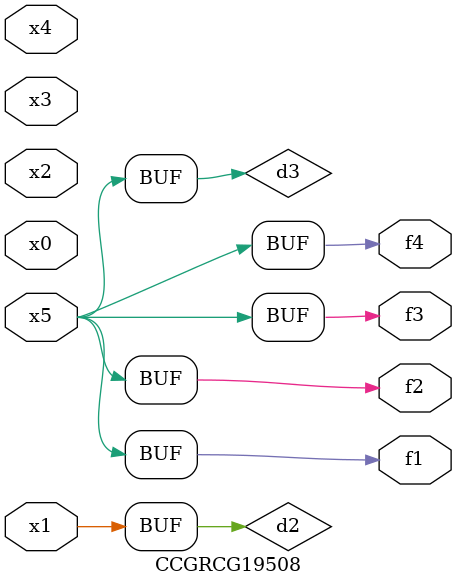
<source format=v>
module CCGRCG19508(
	input x0, x1, x2, x3, x4, x5,
	output f1, f2, f3, f4
);

	wire d1, d2, d3;

	not (d1, x5);
	or (d2, x1);
	xnor (d3, d1);
	assign f1 = d3;
	assign f2 = d3;
	assign f3 = d3;
	assign f4 = d3;
endmodule

</source>
